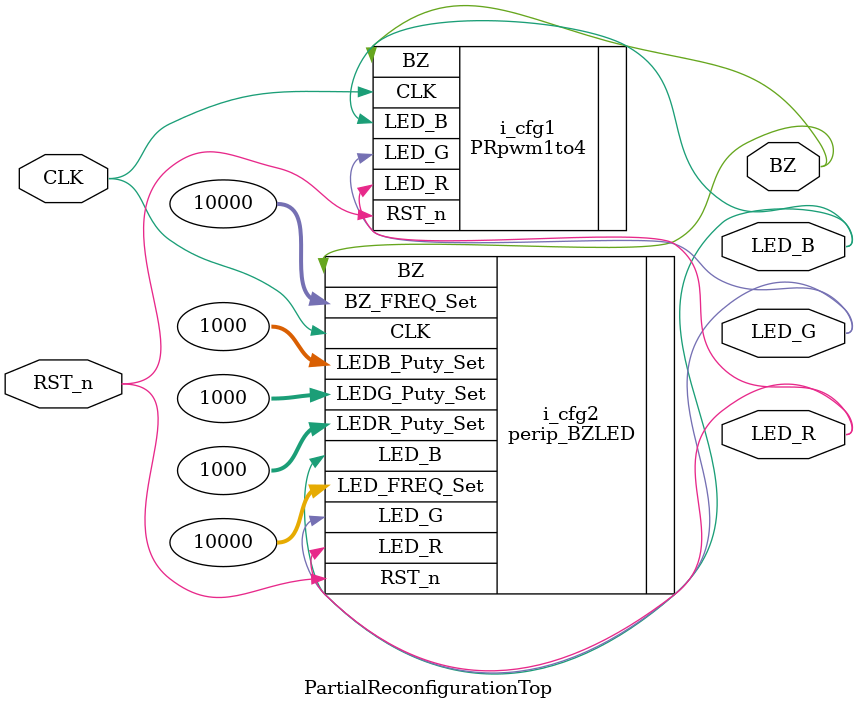
<source format=v>


module PartialReconfigurationTop (
	input CLK,
	input RST_n,
	
	
    output BZ,
    output LED_R,
    output LED_G,
    output LED_B

);


	
	
PRpwm1to4 i_cfg1(
	.CLK(CLK),
	.RST_n(RST_n),


	.BZ(BZ),
	.LED_R(LED_R),
	.LED_G(LED_G),
	.LED_B(LED_B)

	
);
	
	
perip_BZLED i_cfg2(
	.CLK(CLK),
	.RST_n(RST_n),
	
	.LED_FREQ_Set(10000),	
	.BZ_FREQ_Set(10000),
	.LEDR_Puty_Set(1000),
	.LEDG_Puty_Set(1000),
	.LEDB_Puty_Set(1000),

	.BZ(BZ),
	.LED_R(LED_R),
	.LED_G(LED_G),
	.LED_B(LED_B)
	);


endmodule



</source>
